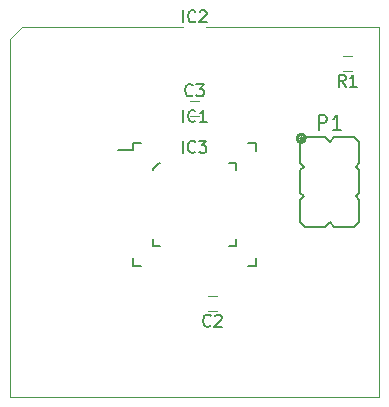
<source format=gbr>
%TF.GenerationSoftware,KiCad,Pcbnew,(6.0.4)*%
%TF.CreationDate,2022-07-16T18:09:19+02:00*%
%TF.ProjectId,AirlabMuxAtmel,4169726c-6162-44d7-9578-41746d656c2e,rev?*%
%TF.SameCoordinates,Original*%
%TF.FileFunction,Legend,Top*%
%TF.FilePolarity,Positive*%
%FSLAX46Y46*%
G04 Gerber Fmt 4.6, Leading zero omitted, Abs format (unit mm)*
G04 Created by KiCad (PCBNEW (6.0.4)) date 2022-07-16 18:09:19*
%MOMM*%
%LPD*%
G01*
G04 APERTURE LIST*
%ADD10C,0.150000*%
%ADD11C,0.120000*%
%ADD12C,0.200000*%
G04 APERTURE END LIST*
D10*
%TO.C,R1*%
X110577333Y-56054380D02*
X110244000Y-55578190D01*
X110005904Y-56054380D02*
X110005904Y-55054380D01*
X110386857Y-55054380D01*
X110482095Y-55102000D01*
X110529714Y-55149619D01*
X110577333Y-55244857D01*
X110577333Y-55387714D01*
X110529714Y-55482952D01*
X110482095Y-55530571D01*
X110386857Y-55578190D01*
X110005904Y-55578190D01*
X111529714Y-56054380D02*
X110958285Y-56054380D01*
X111244000Y-56054380D02*
X111244000Y-55054380D01*
X111148761Y-55197238D01*
X111053523Y-55292476D01*
X110958285Y-55340095D01*
%TO.C,IC1*%
X96813809Y-59042380D02*
X96813809Y-58042380D01*
X97861428Y-58947142D02*
X97813809Y-58994761D01*
X97670952Y-59042380D01*
X97575714Y-59042380D01*
X97432857Y-58994761D01*
X97337619Y-58899523D01*
X97290000Y-58804285D01*
X97242380Y-58613809D01*
X97242380Y-58470952D01*
X97290000Y-58280476D01*
X97337619Y-58185238D01*
X97432857Y-58090000D01*
X97575714Y-58042380D01*
X97670952Y-58042380D01*
X97813809Y-58090000D01*
X97861428Y-58137619D01*
X98813809Y-59042380D02*
X98242380Y-59042380D01*
X98528095Y-59042380D02*
X98528095Y-58042380D01*
X98432857Y-58185238D01*
X98337619Y-58280476D01*
X98242380Y-58328095D01*
%TO.C,C3*%
X97623333Y-56769142D02*
X97575714Y-56816761D01*
X97432857Y-56864380D01*
X97337619Y-56864380D01*
X97194761Y-56816761D01*
X97099523Y-56721523D01*
X97051904Y-56626285D01*
X97004285Y-56435809D01*
X97004285Y-56292952D01*
X97051904Y-56102476D01*
X97099523Y-56007238D01*
X97194761Y-55912000D01*
X97337619Y-55864380D01*
X97432857Y-55864380D01*
X97575714Y-55912000D01*
X97623333Y-55959619D01*
X97956666Y-55864380D02*
X98575714Y-55864380D01*
X98242380Y-56245333D01*
X98385238Y-56245333D01*
X98480476Y-56292952D01*
X98528095Y-56340571D01*
X98575714Y-56435809D01*
X98575714Y-56673904D01*
X98528095Y-56769142D01*
X98480476Y-56816761D01*
X98385238Y-56864380D01*
X98099523Y-56864380D01*
X98004285Y-56816761D01*
X97956666Y-56769142D01*
%TO.C,C2*%
X99147333Y-76279142D02*
X99099714Y-76326761D01*
X98956857Y-76374380D01*
X98861619Y-76374380D01*
X98718761Y-76326761D01*
X98623523Y-76231523D01*
X98575904Y-76136285D01*
X98528285Y-75945809D01*
X98528285Y-75802952D01*
X98575904Y-75612476D01*
X98623523Y-75517238D01*
X98718761Y-75422000D01*
X98861619Y-75374380D01*
X98956857Y-75374380D01*
X99099714Y-75422000D01*
X99147333Y-75469619D01*
X99528285Y-75469619D02*
X99575904Y-75422000D01*
X99671142Y-75374380D01*
X99909238Y-75374380D01*
X100004476Y-75422000D01*
X100052095Y-75469619D01*
X100099714Y-75564857D01*
X100099714Y-75660095D01*
X100052095Y-75802952D01*
X99480666Y-76374380D01*
X100099714Y-76374380D01*
%TO.C,IC3*%
X96786379Y-61646726D02*
X96786379Y-60644293D01*
X97836547Y-61551256D02*
X97788812Y-61598991D01*
X97645607Y-61646726D01*
X97550137Y-61646726D01*
X97406933Y-61598991D01*
X97311463Y-61503521D01*
X97263728Y-61408052D01*
X97215993Y-61217112D01*
X97215993Y-61073907D01*
X97263728Y-60882968D01*
X97311463Y-60787498D01*
X97406933Y-60692028D01*
X97550137Y-60644293D01*
X97645607Y-60644293D01*
X97788812Y-60692028D01*
X97836547Y-60739763D01*
X98170691Y-60644293D02*
X98791245Y-60644293D01*
X98457101Y-61026172D01*
X98600305Y-61026172D01*
X98695775Y-61073907D01*
X98743510Y-61121642D01*
X98791245Y-61217112D01*
X98791245Y-61455786D01*
X98743510Y-61551256D01*
X98695775Y-61598991D01*
X98600305Y-61646726D01*
X98313896Y-61646726D01*
X98218426Y-61598991D01*
X98170691Y-61551256D01*
%TO.C,P1*%
X108334285Y-59687857D02*
X108334285Y-58487857D01*
X108791428Y-58487857D01*
X108905714Y-58545000D01*
X108962857Y-58602142D01*
X109020000Y-58716428D01*
X109020000Y-58887857D01*
X108962857Y-59002142D01*
X108905714Y-59059285D01*
X108791428Y-59116428D01*
X108334285Y-59116428D01*
X110162857Y-59687857D02*
X109477142Y-59687857D01*
X109820000Y-59687857D02*
X109820000Y-58487857D01*
X109705714Y-58659285D01*
X109591428Y-58773571D01*
X109477142Y-58830714D01*
%TO.C,IC2*%
X96813809Y-50602380D02*
X96813809Y-49602380D01*
X97861428Y-50507142D02*
X97813809Y-50554761D01*
X97670952Y-50602380D01*
X97575714Y-50602380D01*
X97432857Y-50554761D01*
X97337619Y-50459523D01*
X97290000Y-50364285D01*
X97242380Y-50173809D01*
X97242380Y-50030952D01*
X97290000Y-49840476D01*
X97337619Y-49745238D01*
X97432857Y-49650000D01*
X97575714Y-49602380D01*
X97670952Y-49602380D01*
X97813809Y-49650000D01*
X97861428Y-49697619D01*
X98242380Y-49697619D02*
X98290000Y-49650000D01*
X98385238Y-49602380D01*
X98623333Y-49602380D01*
X98718571Y-49650000D01*
X98766190Y-49697619D01*
X98813809Y-49792857D01*
X98813809Y-49888095D01*
X98766190Y-50030952D01*
X98194761Y-50602380D01*
X98813809Y-50602380D01*
D11*
%TO.C,R1*%
X111144000Y-54702000D02*
X110344000Y-54702000D01*
X110344000Y-53502000D02*
X111144000Y-53502000D01*
D10*
%TO.C,IC1*%
X92615000Y-71215000D02*
X92615000Y-70540000D01*
X92615000Y-60865000D02*
X92615000Y-61440000D01*
X102965000Y-60865000D02*
X102965000Y-61540000D01*
X92615000Y-61440000D02*
X91340000Y-61440000D01*
X92615000Y-60865000D02*
X93290000Y-60865000D01*
X102965000Y-71215000D02*
X102290000Y-71215000D01*
X102965000Y-60865000D02*
X102290000Y-60865000D01*
X92615000Y-71215000D02*
X93290000Y-71215000D01*
X102965000Y-71215000D02*
X102965000Y-70540000D01*
D11*
%TO.C,C3*%
X98190000Y-58512000D02*
X97390000Y-58512000D01*
X97390000Y-57312000D02*
X98190000Y-57312000D01*
%TO.C,C2*%
X99714000Y-75022000D02*
X98914000Y-75022000D01*
X98914000Y-73822000D02*
X99714000Y-73822000D01*
D12*
%TO.C,IC3*%
X94290000Y-62990000D02*
X94290000Y-63140000D01*
X101290000Y-68940000D02*
X101290000Y-69540000D01*
X94290000Y-69540000D02*
X94290000Y-68940000D01*
X101290000Y-69540000D02*
X100690000Y-69540000D01*
X101290000Y-62540000D02*
X101290000Y-63140000D01*
X94890000Y-62540000D02*
X94740000Y-62540000D01*
X94740000Y-62540000D02*
X94290000Y-62990000D01*
X94890000Y-69540000D02*
X94290000Y-69540000D01*
X100690000Y-62540000D02*
X101290000Y-62540000D01*
%TO.C,P1*%
X106720000Y-67535000D02*
X107120000Y-67935000D01*
X106820000Y-60635000D02*
X106720000Y-60735000D01*
X107020000Y-65335000D02*
X106720000Y-65635000D01*
X111420000Y-62835000D02*
X111720000Y-62535000D01*
X106720000Y-65635000D02*
X106720000Y-67535000D01*
X111720000Y-63135000D02*
X111420000Y-62835000D01*
X111420000Y-65335000D02*
X111720000Y-65035000D01*
X109220000Y-67535000D02*
X109620000Y-67935000D01*
X107020000Y-62835000D02*
X106720000Y-63135000D01*
X107120000Y-67935000D02*
X108820000Y-67935000D01*
X106720000Y-64935000D02*
X106720000Y-65035000D01*
X106720000Y-63135000D02*
X106720000Y-64235000D01*
X111720000Y-60735000D02*
X111320000Y-60335000D01*
X111720000Y-67535000D02*
X111720000Y-65635000D01*
X111720000Y-65035000D02*
X111720000Y-63135000D01*
X107120000Y-60335000D02*
X106720000Y-60735000D01*
X106720000Y-64235000D02*
X106720000Y-64135000D01*
X109620000Y-60335000D02*
X109220000Y-60735000D01*
X111720000Y-62535000D02*
X111720000Y-60735000D01*
X111720000Y-65635000D02*
X111420000Y-65335000D01*
X106720000Y-64135000D02*
X106720000Y-64935000D01*
X106720000Y-62535000D02*
X107020000Y-62835000D01*
X109620000Y-67935000D02*
X111320000Y-67935000D01*
X111320000Y-60335000D02*
X109620000Y-60335000D01*
X108820000Y-60335000D02*
X107120000Y-60335000D01*
X106720000Y-60735000D02*
X106720000Y-62535000D01*
X109220000Y-60735000D02*
X108820000Y-60335000D01*
X106720000Y-65035000D02*
X107020000Y-65335000D01*
X108820000Y-67935000D02*
X109220000Y-67535000D01*
X111320000Y-67935000D02*
X111720000Y-67535000D01*
X107102843Y-60435000D02*
G75*
G03*
X107102843Y-60435000I-282843J0D01*
G01*
X106920000Y-60435000D02*
G75*
G03*
X106920000Y-60435000I-100000J0D01*
G01*
X107220000Y-60435000D02*
G75*
G03*
X107220000Y-60435000I-400000J0D01*
G01*
D11*
%TO.C,IC2*%
X83165000Y-51050000D02*
X82165000Y-52050000D01*
X113415000Y-51050000D02*
X98790000Y-51050000D01*
X96790000Y-51050000D02*
X83165000Y-51050000D01*
X113415000Y-82300000D02*
X113415000Y-51050000D01*
X82165000Y-52050000D02*
X82165000Y-82300000D01*
X82165000Y-82300000D02*
X113415000Y-82300000D01*
%TD*%
M02*

</source>
